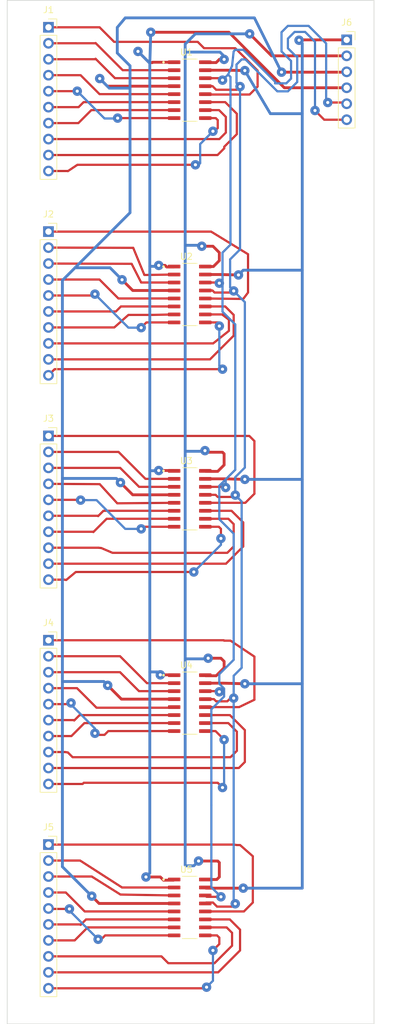
<source format=kicad_pcb>
(kicad_pcb (version 20211014) (generator pcbnew)
  (layers (0 "F.Cu" signal) (31 "B.Cu" signal) (34 "B.Paste" user) (35 "F.Paste" user) (36 "B.SilkS" user "B.Silkscreen") (37 "F.SilkS" user "F.Silkscreen") (38 "B.Mask" user) (39 "F.Mask" user) (44 "Edge.Cuts" user))
  (net 0 "")
  (net 1 "Net-(J1-Pad1)")
  (net 2 "Net-(J1-Pad2)")
  (net 3 "Net-(J1-Pad3)")
  (net 4 "Net-(J1-Pad4)")
  (net 5 "Net-(J1-Pad5)")
  (net 6 "Net-(J1-Pad6)")
  (net 7 "Net-(J1-Pad7)")
  (net 8 "Net-(J1-Pad8)")
  (net 9 "Net-(J1-Pad9)")
  (net 10 "Net-(J1-Pad10)")
  (net 11 "Net-(J2-Pad1)")
  (net 12 "Net-(J2-Pad2)")
  (net 13 "Net-(J2-Pad3)")
  (net 14 "Net-(J2-Pad4)")
  (net 15 "Net-(J2-Pad5)")
  (net 16 "Net-(J2-Pad6)")
  (net 17 "Net-(J2-Pad7)")
  (net 18 "Net-(J2-Pad8)")
  (net 19 "Net-(J2-Pad9)")
  (net 20 "Net-(J2-Pad10)")
  (net 21 "Net-(J3-Pad1)")
  (net 22 "Net-(J3-Pad2)")
  (net 23 "Net-(J3-Pad3)")
  (net 24 "Net-(J3-Pad4)")
  (net 25 "Net-(J3-Pad5)")
  (net 26 "Net-(J3-Pad6)")
  (net 27 "Net-(J3-Pad7)")
  (net 28 "Net-(J3-Pad8)")
  (net 29 "Net-(J3-Pad9)")
  (net 30 "Net-(J3-Pad10)")
  (net 31 "Net-(J4-Pad1)")
  (net 32 "Net-(J4-Pad2)")
  (net 33 "Net-(J4-Pad3)")
  (net 34 "Net-(J4-Pad4)")
  (net 35 "Net-(J4-Pad5)")
  (net 36 "Net-(J4-Pad6)")
  (net 37 "Net-(J4-Pad7)")
  (net 38 "Net-(J4-Pad8)")
  (net 39 "Net-(J4-Pad9)")
  (net 40 "Net-(J4-Pad10)")
  (net 41 "Net-(J5-Pad1)")
  (net 42 "Net-(J5-Pad2)")
  (net 43 "Net-(J5-Pad3)")
  (net 44 "Net-(J5-Pad4)")
  (net 45 "Net-(J5-Pad5)")
  (net 46 "Net-(J5-Pad6)")
  (net 47 "Net-(J5-Pad7)")
  (net 48 "Net-(J5-Pad8)")
  (net 49 "Net-(J5-Pad9)")
  (net 50 "Net-(J5-Pad10)")
  (net 51 "vcc")
  (net 52 "vdd")
  (net 53 "v-")
  (net 54 "gnd")
  (net 55 "scl")
  (net 56 "sda")
  (footprint "Connector_PinSocket_2.54mm:PinSocket_1x10_P2.54mm_Vertical" (layer "F.Cu") (at 97.5 82.5)
    (fp_text reference "J3")
    (fp_text value "Conn_01x10_Female")
  )
  (footprint "DS1882Z-050_:SOIC127P600X175-16N" (layer "F.Cu") (at 120 157.5)
    (fp_text reference "U5")
    (fp_text value "DS1882Z-050+")
  )
  (footprint "Connector_PinSocket_2.54mm:PinSocket_1x10_P2.54mm_Vertical" (layer "F.Cu") (at 97.5 17.5)
    (fp_text reference "J1")
    (fp_text value "Conn_01x10_Female")
  )
  (footprint "Connector_PinSocket_2.54mm:PinSocket_1x10_P2.54mm_Vertical" (layer "F.Cu") (at 97.5 115)
    (fp_text reference "J4")
    (fp_text value "Conn_01x10_Female")
  )
  (footprint "Connector_PinSocket_2.54mm:PinSocket_1x06_P2.54mm_Vertical" (layer "F.Cu") (at 145 19.5)
    (fp_text reference "J6")
    (fp_text value "Conn_01x06_Female")
  )
  (footprint "DS1882Z-050_:SOIC127P600X175-16N" (layer "F.Cu") (at 120 27.5)
    (fp_text reference "U1")
    (fp_text value "DS1882Z-050+")
  )
  (footprint "DS1882Z-050_:SOIC127P600X175-16N" (layer "F.Cu") (at 120 125)
    (fp_text reference "U4")
    (fp_text value "DS1882Z-050+")
  )
  (footprint "DS1882Z-050_:SOIC127P600X175-16N" (layer "F.Cu") (at 120 92.5)
    (fp_text reference "U3")
    (fp_text value "DS1882Z-050+")
  )
  (footprint "Connector_PinSocket_2.54mm:PinSocket_1x10_P2.54mm_Vertical" (layer "F.Cu") (at 97.5 50)
    (fp_text reference "J2")
    (fp_text value "Conn_01x10_Female")
  )
  (footprint "DS1882Z-050_:SOIC127P600X175-16N" (layer "F.Cu") (at 120 60)
    (fp_text reference "U2")
    (fp_text value "DS1882Z-050+")
  )
  (footprint "Connector_PinSocket_2.54mm:PinSocket_1x10_P2.54mm_Vertical" (layer "F.Cu") (at 97.5 147.5)
    (fp_text reference "J5")
    (fp_text value "Conn_01x10_Female")
  )
  (gr_rect (start 90.932 13.208) (end 149.352 176.022) (layer "Edge.Cuts") (width 0.1) (fill none))
  (segment (start 122.289331 20.828) (end 127.254 20.828) (width 0.35) (layer "F.Cu") (net 1))
  (segment (start 130.81 24.384) (end 130.81 26.924) (width 0.35) (layer "F.Cu") (net 1))
  (segment (start 122.534 28.194) (end 122.475 28.135) (width 0.35) (layer "F.Cu") (net 1))
  (segment (start 129.54 28.194) (end 122.534 28.194) (width 0.35) (layer "F.Cu") (net 1))
  (segment (start 97.5 17.5) (end 105.638 17.5) (width 0.35) (layer "F.Cu") (net 1))
  (segment (start 107.95 19.812) (end 121.273331 19.812) (width 0.35) (layer "F.Cu") (net 1))
  (segment (start 105.638 17.5) (end 107.95 19.812) (width 0.35) (layer "F.Cu") (net 1))
  (segment (start 130.81 26.924) (end 129.54 28.194) (width 0.35) (layer "F.Cu") (net 1))
  (segment (start 121.273331 19.812) (end 122.289331 20.828) (width 0.35) (layer "F.Cu") (net 1))
  (segment (start 127.254 20.828) (end 130.81 24.384) (width 0.35) (layer "F.Cu") (net 1))
  (segment (start 104.96 20.04) (end 97.5 20.04) (width 0.35) (layer "F.Cu") (net 2))
  (segment (start 105 20) (end 104.96 20.04) (width 0.35) (layer "F.Cu") (net 2))
  (segment (start 109.325 24.325) (end 105 20) (width 0.35) (layer "F.Cu") (net 2))
  (segment (start 117.525 24.325) (end 109.325 24.325) (width 0.35) (layer "F.Cu") (net 2))
  (segment (start 105 22.5) (end 104.92 22.58) (width 0.35) (layer "F.Cu") (net 3))
  (segment (start 108.095 25.595) (end 105 22.5) (width 0.35) (layer "F.Cu") (net 3))
  (segment (start 104.92 22.58) (end 97.5 22.58) (width 0.35) (layer "F.Cu") (net 3))
  (segment (start 117.525 25.595) (end 108.095 25.595) (width 0.35) (layer "F.Cu") (net 3))
  (segment (start 105.635 28.135) (end 102.62 25.12) (width 0.35) (layer "F.Cu") (net 4))
  (segment (start 102.62 25.12) (end 97.5 25.12) (width 0.35) (layer "F.Cu") (net 4))
  (segment (start 117.525 28.135) (end 105.635 28.135) (width 0.35) (layer "F.Cu") (net 4))
  (segment (start 102.082 27.66) (end 97.5 27.66) (width 0.35) (layer "F.Cu") (net 5))
  (segment (start 108.458 32.004) (end 108.517 31.945) (width 0.35) (layer "F.Cu") (net 5))
  (segment (start 117.525 31.945) (end 108.517 31.945) (width 0.35) (layer "F.Cu") (net 5))
  (segment (start 102.108 27.686) (end 102.082 27.66) (width 0.35) (layer "F.Cu") (net 5))
  (via (at 102.082 27.66) (size 1.5) (drill 0.5) (layers "F.Cu" "B.Cu") (net 5))
  (via (at 108.517 31.945) (size 1.5) (drill 0.5) (layers "F.Cu" "B.Cu") (net 5))
  (segment (start 108.458 32.004) (end 106.426 32.004) (width 0.35) (layer "B.Cu") (net 5))
  (segment (start 106.426 32.004) (end 102.108 27.686) (width 0.35) (layer "B.Cu") (net 5))
  (segment (start 117.525 29.405) (end 103.095 29.405) (width 0.35) (layer "F.Cu") (net 6))
  (segment (start 102.3 30.2) (end 97.5 30.2) (width 0.35) (layer "F.Cu") (net 6))
  (segment (start 103.095 29.405) (end 102.3 30.2) (width 0.35) (layer "F.Cu") (net 6))
  (segment (start 102.26 32.74) (end 97.5 32.74) (width 0.35) (layer "F.Cu") (net 7))
  (segment (start 117.525 30.675) (end 104.325 30.675) (width 0.35) (layer "F.Cu") (net 7))
  (segment (start 104.325 30.675) (end 102.26 32.74) (width 0.35) (layer "F.Cu") (net 7))
  (segment (start 124.72 35.28) (end 97.5 35.28) (width 0.35) (layer "F.Cu") (net 8))
  (segment (start 124.675 30.675) (end 125.75 31.75) (width 0.35) (layer "F.Cu") (net 8))
  (segment (start 125.75 34.25) (end 124.72 35.28) (width 0.35) (layer "F.Cu") (net 8))
  (segment (start 125.75 31.75) (end 125.75 34.25) (width 0.35) (layer "F.Cu") (net 8))
  (segment (start 122.475 30.675) (end 124.675 30.675) (width 0.35) (layer "F.Cu") (net 8))
  (segment (start 124.43 37.82) (end 97.5 37.82) (width 0.35) (layer "F.Cu") (net 9))
  (segment (start 125.655 29.405) (end 127.5 31.25) (width 0.35) (layer "F.Cu") (net 9))
  (segment (start 127.5 31.25) (end 127.5 34.5) (width 0.35) (layer "F.Cu") (net 9))
  (segment (start 125.5 36.5) (end 125.5 36.75) (width 0.35) (layer "F.Cu") (net 9))
  (segment (start 127.5 34.5) (end 125.5 36.5) (width 0.35) (layer "F.Cu") (net 9))
  (segment (start 122.475 29.405) (end 125.655 29.405) (width 0.35) (layer "F.Cu") (net 9))
  (segment (start 125.5 36.75) (end 124.43 37.82) (width 0.35) (layer "F.Cu") (net 9))
  (segment (start 124.46 32.258) (end 124.46 33.528) (width 0.35) (layer "F.Cu") (net 10))
  (segment (start 122.475 31.945) (end 124.147 31.945) (width 0.35) (layer "F.Cu") (net 10))
  (segment (start 100.558 40.36) (end 97.5 40.36) (width 0.35) (layer "F.Cu") (net 10))
  (segment (start 124.147 31.945) (end 124.206 32.004) (width 0.35) (layer "F.Cu") (net 10))
  (segment (start 100.584 40.386) (end 100.558 40.36) (width 0.35) (layer "F.Cu") (net 10))
  (segment (start 124.206 32.004) (end 124.46 32.258) (width 0.35) (layer "F.Cu") (net 10))
  (segment (start 102.108 39.37) (end 100.584 40.386) (width 0.35) (layer "F.Cu") (net 10))
  (segment (start 124.46 33.528) (end 123.952 34.036) (width 0.35) (layer "F.Cu") (net 10))
  (segment (start 123.952 34.036) (end 123.698 34.036) (width 0.35) (layer "F.Cu") (net 10))
  (segment (start 120.904 39.37) (end 102.108 39.37) (width 0.35) (layer "F.Cu") (net 10))
  (via (at 120.904 39.37) (size 0.8) (drill 0.5) (layers "F.Cu" "B.Cu") (net 10))
  (via (at 123.698 34.036) (size 1.5) (drill 0.5) (layers "F.Cu" "B.Cu") (net 10))
  (via (at 123.698 34.036) (size 0.8) (drill 0.5) (layers "F.Cu" "B.Cu") (net 10))
  (via (at 120.904 39.37) (size 1.5) (drill 0.5) (layers "F.Cu" "B.Cu") (net 10))
  (segment (start 123.698 34.036) (end 121.666 36.068) (width 0.35) (layer "B.Cu") (net 10))
  (segment (start 121.412 39.37) (end 120.904 39.37) (width 0.35) (layer "B.Cu") (net 10))
  (segment (start 121.666 39.116) (end 121.412 39.37) (width 0.35) (layer "B.Cu") (net 10))
  (segment (start 121.666 36.068) (end 121.666 39.116) (width 0.35) (layer "B.Cu") (net 10))
  (segment (start 129.286 59.69) (end 129.286 53.594) (width 0.35) (layer "F.Cu") (net 11))
  (segment (start 123.406 50) (end 97.5 50) (width 0.35) (layer "F.Cu") (net 11))
  (segment (start 129.286 53.594) (end 123.406 50) (width 0.35) (layer "F.Cu") (net 11))
  (segment (start 128.524 60.706) (end 129.286 59.69) (width 0.35) (layer "F.Cu") (net 11))
  (segment (start 122.475 60.635) (end 128.524 60.706) (width 0.35) (layer "F.Cu") (net 11))
  (segment (start 117.525 56.825) (end 112.776 56.896) (width 0.35) (layer "F.Cu") (net 12))
  (segment (start 110.998 52.578) (end 97.5 52.54) (width 0.35) (layer "F.Cu") (net 12))
  (segment (start 112.776 56.896) (end 110.998 52.578) (width 0.35) (layer "F.Cu") (net 12))
  (segment (start 110.744 55.118) (end 97.5 55.08) (width 0.35) (layer "F.Cu") (net 13))
  (segment (start 117.525 58.095) (end 112.268 58.095) (width 0.35) (layer "F.Cu") (net 13))
  (segment (start 112.268 58.095) (end 110.744 55.118) (width 0.35) (layer "F.Cu") (net 13))
  (segment (start 108.641 60.635) (end 105.626 57.62) (width 0.35) (layer "F.Cu") (net 14))
  (segment (start 105.626 57.62) (end 97.5 57.62) (width 0.35) (layer "F.Cu") (net 14))
  (segment (start 117.525 60.635) (end 108.641 60.635) (width 0.35) (layer "F.Cu") (net 14))
  (segment (start 104.686 60.16) (end 97.5 60.16) (width 0.35) (layer "F.Cu") (net 15))
  (segment (start 113.101 64.445) (end 112.268 65.278) (width 0.35) (layer "F.Cu") (net 15))
  (segment (start 117.525 64.445) (end 113.101 64.445) (width 0.35) (layer "F.Cu") (net 15))
  (segment (start 104.902 59.944) (end 104.686 60.16) (width 0.35) (layer "F.Cu") (net 15))
  (via (at 104.902 59.944) (size 1.5) (drill 0.5) (layers "F.Cu" "B.Cu") (net 15))
  (via (at 112.268 65.278) (size 1.5) (drill 0.5) (layers "F.Cu" "B.Cu") (net 15))
  (segment (start 110.236 65.278) (end 104.902 59.944) (width 0.35) (layer "B.Cu") (net 15))
  (segment (start 112.268 65.278) (end 110.236 65.278) (width 0.35) (layer "B.Cu") (net 15))
  (segment (start 109.037 61.905) (end 117.525 61.905) (width 0.35) (layer "F.Cu") (net 16))
  (segment (start 108.242 62.7) (end 109.037 61.905) (width 0.35) (layer "F.Cu") (net 16))
  (segment (start 97.5 62.7) (end 108.242 62.7) (width 0.35) (layer "F.Cu") (net 16))
  (segment (start 107.988 65.24) (end 110.236 63.246) (width 0.35) (layer "F.Cu") (net 17))
  (segment (start 110.236 63.246) (end 114.046 63.246) (width 0.35) (layer "F.Cu") (net 17))
  (segment (start 114.046 63.246) (end 117.525 63.175) (width 0.35) (layer "F.Cu") (net 17))
  (segment (start 97.5 65.24) (end 107.988 65.24) (width 0.35) (layer "F.Cu") (net 17))
  (segment (start 126.238 64.008) (end 126.238 65.786) (width 0.35) (layer "F.Cu") (net 18))
  (segment (start 123.736 67.78) (end 97.5 67.78) (width 0.35) (layer "F.Cu") (net 18))
  (segment (start 125.151 63.175) (end 126.238 64.008) (width 0.35) (layer "F.Cu") (net 18))
  (segment (start 122.475 63.175) (end 125.151 63.175) (width 0.35) (layer "F.Cu") (net 18))
  (segment (start 126.238 65.786) (end 123.736 67.78) (width 0.35) (layer "F.Cu") (net 18))
  (segment (start 123.228 70.32) (end 97.5 70.32) (width 0.35) (layer "F.Cu") (net 19))
  (segment (start 125.659 61.905) (end 127 63.246) (width 0.35) (layer "F.Cu") (net 19))
  (segment (start 127 66.548) (end 123.228 70.32) (width 0.35) (layer "F.Cu") (net 19))
  (segment (start 127 63.246) (end 127 66.548) (width 0.35) (layer "F.Cu") (net 19))
  (segment (start 122.475 61.905) (end 125.659 61.905) (width 0.35) (layer "F.Cu") (net 19))
  (segment (start 125.222 71.882) (end 98.478 71.882) (width 0.35) (layer "F.Cu") (net 20))
  (segment (start 124.643 64.445) (end 122.475 64.445) (width 0.35) (layer "F.Cu") (net 20))
  (segment (start 98.478 71.882) (end 97.5 72.86) (width 0.35) (layer "F.Cu") (net 20))
  (segment (start 124.714 65.024) (end 124.643 64.445) (width 0.35) (layer "F.Cu") (net 20))
  (via (at 124.714 65.024) (size 1.5) (drill 0.5) (layers "F.Cu" "B.Cu") (net 20))
  (via (at 125.222 71.882) (size 1.5) (drill 0.5) (layers "F.Cu" "B.Cu") (net 20))
  (segment (start 124.714 71.374) (end 125.222 71.882) (width 0.35) (layer "B.Cu") (net 20))
  (segment (start 124.714 65.024) (end 124.714 71.374) (width 0.35) (layer "B.Cu") (net 20))
  (segment (start 122.475 93.135) (end 128.861 93.135) (width 0.35) (layer "F.Cu") (net 21))
  (segment (start 128.861 93.135) (end 130.302 91.694) (width 0.35) (layer "F.Cu") (net 21))
  (segment (start 129.49 82.5) (end 97.5 82.5) (width 0.35) (layer "F.Cu") (net 21))
  (segment (start 130.302 83.312) (end 129.49 82.5) (width 0.35) (layer "F.Cu") (net 21))
  (segment (start 130.302 91.694) (end 130.302 83.312) (width 0.35) (layer "F.Cu") (net 21))
  (segment (start 108.662 85.04) (end 97.5 85.04) (width 0.35) (layer "F.Cu") (net 22))
  (segment (start 112.947 89.325) (end 108.662 85.04) (width 0.35) (layer "F.Cu") (net 22))
  (segment (start 117.525 89.325) (end 112.947 89.325) (width 0.35) (layer "F.Cu") (net 22))
  (segment (start 111.931 90.595) (end 108.916 87.58) (width 0.35) (layer "F.Cu") (net 23))
  (segment (start 117.525 90.595) (end 111.931 90.595) (width 0.35) (layer "F.Cu") (net 23))
  (segment (start 108.916 87.58) (end 97.5 87.58) (width 0.35) (layer "F.Cu") (net 23))
  (segment (start 108.458 93.218) (end 105.664 90.17) (width 0.35) (layer "F.Cu") (net 24))
  (segment (start 105.664 90.17) (end 97.5 90.12) (width 0.35) (layer "F.Cu") (net 24))
  (segment (start 117.525 93.135) (end 108.458 93.218) (width 0.35) (layer "F.Cu") (net 24))
  (segment (start 102.566 92.66) (end 97.5 92.66) (width 0.35) (layer "F.Cu") (net 25))
  (segment (start 112.605 96.945) (end 112.268 97.282) (width 0.35) (layer "F.Cu") (net 25))
  (segment (start 117.525 96.945) (end 112.605 96.945) (width 0.35) (layer "F.Cu") (net 25))
  (segment (start 102.616 92.71) (end 102.566 92.66) (width 0.35) (layer "F.Cu") (net 25))
  (via (at 102.616 92.71) (size 1.5) (drill 0.5) (layers "F.Cu" "B.Cu") (net 25))
  (via (at 112.268 97.282) (size 1.5) (drill 0.5) (layers "F.Cu" "B.Cu") (net 25))
  (segment (start 109.728 97.282) (end 105.156 92.71) (width 0.35) (layer "B.Cu") (net 25))
  (segment (start 105.156 92.71) (end 102.616 92.71) (width 0.35) (layer "B.Cu") (net 25))
  (segment (start 112.268 97.282) (end 109.728 97.282) (width 0.35) (layer "B.Cu") (net 25))
  (segment (start 105.36 95.2) (end 97.5 95.2) (width 0.35) (layer "F.Cu") (net 26))
  (segment (start 106.255 94.405) (end 105.41 95.25) (width 0.35) (layer "F.Cu") (net 26))
  (segment (start 117.525 94.405) (end 106.255 94.405) (width 0.35) (layer "F.Cu") (net 26))
  (segment (start 105.41 95.25) (end 105.36 95.2) (width 0.35) (layer "F.Cu") (net 26))
  (segment (start 117.525 95.675) (end 106.763 95.675) (width 0.35) (layer "F.Cu") (net 27))
  (segment (start 106.763 95.675) (end 104.648 97.79) (width 0.35) (layer "F.Cu") (net 27))
  (segment (start 104.648 97.79) (end 104.598 97.74) (width 0.35) (layer "F.Cu") (net 27))
  (segment (start 104.598 97.74) (end 97.5 97.74) (width 0.35) (layer "F.Cu") (net 27))
  (segment (start 125.984 101.092) (end 107.696 101.092) (width 0.35) (layer "F.Cu") (net 28))
  (segment (start 122.475 95.675) (end 126.155 95.675) (width 0.35) (layer "F.Cu") (net 28))
  (segment (start 126.155 95.675) (end 127 96.52) (width 0.35) (layer "F.Cu") (net 28))
  (segment (start 127 96.52) (end 127 100.076) (width 0.35) (layer "F.Cu") (net 28))
  (segment (start 127 100.076) (end 125.984 101.092) (width 0.35) (layer "F.Cu") (net 28))
  (segment (start 105.918 100.33) (end 105.46 100.28) (width 0.35) (layer "F.Cu") (net 28))
  (segment (start 107.696 101.092) (end 105.918 100.33) (width 0.35) (layer "F.Cu") (net 28))
  (segment (start 105.46 100.28) (end 97.5 100.28) (width 0.35) (layer "F.Cu") (net 28))
  (segment (start 122.475 94.405) (end 126.663 94.405) (width 0.35) (layer "F.Cu") (net 29))
  (segment (start 125.78 102.82) (end 97.5 102.82) (width 0.35) (layer "F.Cu") (net 29))
  (segment (start 128.524 96.266) (end 128.524 100.076) (width 0.35) (layer "F.Cu") (net 29))
  (segment (start 126.663 94.405) (end 128.524 96.266) (width 0.35) (layer "F.Cu") (net 29))
  (segment (start 128.524 100.076) (end 125.78 102.82) (width 0.35) (layer "F.Cu") (net 29))
  (segment (start 100.026 105.36) (end 97.5 105.36) (width 0.35) (layer "F.Cu") (net 30))
  (segment (start 101.854 104.14) (end 100.33 105.41) (width 0.35) (layer "F.Cu") (net 30))
  (segment (start 124.968 97.282) (end 124.968 98.806) (width 0.35) (layer "F.Cu") (net 30))
  (segment (start 122.475 96.945) (end 124.631 96.945) (width 0.35) (layer "F.Cu") (net 30))
  (segment (start 124.714 97.028) (end 124.968 97.282) (width 0.35) (layer "F.Cu") (net 30))
  (segment (start 120.65 104.14) (end 101.854 104.14) (width 0.35) (layer "F.Cu") (net 30))
  (segment (start 124.631 96.945) (end 124.714 97.028) (width 0.35) (layer "F.Cu") (net 30))
  (segment (start 100.33 105.41) (end 100.026 105.36) (width 0.35) (layer "F.Cu") (net 30))
  (via (at 124.968 98.806) (size 1.5) (drill 0.5) (layers "F.Cu" "B.Cu") (net 30))
  (via (at 120.65 104.14) (size 1.5) (drill 0.5) (layers "F.Cu" "B.Cu") (net 30))
  (segment (start 124.968 99.822) (end 120.65 104.14) (width 0.35) (layer "B.Cu") (net 30))
  (segment (start 124.968 98.806) (end 124.968 99.822) (width 0.35) (layer "B.Cu") (net 30))
  (segment (start 126.492 115.062) (end 125.476 115.062) (width 0.35) (layer "F.Cu") (net 31))
  (segment (start 125.476 115.062) (end 125.414 115) (width 0.35) (layer "F.Cu") (net 31))
  (segment (start 130.302 117.602) (end 126.492 115.062) (width 0.35) (layer "F.Cu") (net 31))
  (segment (start 130.302 124.46) (end 130.302 117.602) (width 0.35) (layer "F.Cu") (net 31))
  (segment (start 127.857 125.635) (end 130.302 124.46) (width 0.35) (layer "F.Cu") (net 31))
  (segment (start 125.414 115) (end 97.5 115) (width 0.35) (layer "F.Cu") (net 31))
  (segment (start 122.475 125.635) (end 127.857 125.635) (width 0.35) (layer "F.Cu") (net 31))
  (segment (start 108.904 117.54) (end 97.5 117.54) (width 0.35) (layer "F.Cu") (net 32))
  (segment (start 113.189 121.825) (end 108.904 117.54) (width 0.35) (layer "F.Cu") (net 32))
  (segment (start 117.525 121.825) (end 113.189 121.825) (width 0.35) (layer "F.Cu") (net 32))
  (segment (start 108.904 120.08) (end 97.5 120.08) (width 0.35) (layer "F.Cu") (net 33))
  (segment (start 111.919 123.095) (end 108.904 120.08) (width 0.35) (layer "F.Cu") (net 33))
  (segment (start 117.525 123.095) (end 111.919 123.095) (width 0.35) (layer "F.Cu") (net 33))
  (segment (start 102.046 122.62) (end 97.5 122.62) (width 0.35) (layer "F.Cu") (net 34))
  (segment (start 117.525 125.635) (end 117.43 125.73) (width 0.35) (layer "F.Cu") (net 34))
  (segment (start 105.156 125.73) (end 102.046 122.62) (width 0.35) (layer "F.Cu") (net 34))
  (segment (start 117.43 125.73) (end 105.156 125.73) (width 0.35) (layer "F.Cu") (net 34))
  (segment (start 117.525 129.445) (end 107.029 129.445) (width 0.35) (layer "F.Cu") (net 35))
  (segment (start 106.426 130.048) (end 105.156 130.048) (width 0.35) (layer "F.Cu") (net 35))
  (segment (start 100.9 125.16) (end 97.5 125.16) (width 0.35) (layer "F.Cu") (net 35))
  (segment (start 101.092 124.968) (end 100.9 125.16) (width 0.35) (layer "F.Cu") (net 35))
  (segment (start 105.156 130.048) (end 104.902 129.794) (width 0.35) (layer "F.Cu") (net 35))
  (segment (start 107.029 129.445) (end 106.426 130.048) (width 0.35) (layer "F.Cu") (net 35))
  (via (at 104.902 129.794) (size 1.5) (drill 0.5) (layers "F.Cu" "B.Cu") (net 35))
  (via (at 101.092 124.968) (size 1.5) (drill 0.5) (layers "F.Cu" "B.Cu") (net 35))
  (segment (start 104.902 129.032) (end 101.092 125.222) (width 0.35) (layer "B.Cu") (net 35))
  (segment (start 101.092 125.222) (end 101.092 124.968) (width 0.35) (layer "B.Cu") (net 35))
  (segment (start 104.902 129.794) (end 104.902 129.032) (width 0.35) (layer "B.Cu") (net 35))
  (segment (start 101.538 127.7) (end 97.5 127.7) (width 0.35) (layer "F.Cu") (net 36))
  (segment (start 117.525 126.905) (end 102.457 126.905) (width 0.35) (layer "F.Cu") (net 36))
  (segment (start 101.6 127.762) (end 101.538 127.7) (width 0.35) (layer "F.Cu") (net 36))
  (segment (start 102.457 126.905) (end 101.6 127.762) (width 0.35) (layer "F.Cu") (net 36))
  (segment (start 103.219 128.175) (end 101.154 130.24) (width 0.35) (layer "F.Cu") (net 37))
  (segment (start 101.154 130.24) (end 97.5 130.24) (width 0.35) (layer "F.Cu") (net 37))
  (segment (start 117.525 128.175) (end 103.219 128.175) (width 0.35) (layer "F.Cu") (net 37))
  (segment (start 126.143 128.175) (end 127.508 129.54) (width 0.35) (layer "F.Cu") (net 38))
  (segment (start 100.138 132.78) (end 97.5 132.78) (width 0.35) (layer "F.Cu") (net 38))
  (segment (start 126.492 133.604) (end 101.346 133.604) (width 0.35) (layer "F.Cu") (net 38))
  (segment (start 101.346 133.604) (end 100.584 132.842) (width 0.35) (layer "F.Cu") (net 38))
  (segment (start 127.508 129.54) (end 127.508 132.588) (width 0.35) (layer "F.Cu") (net 38))
  (segment (start 122.475 128.175) (end 126.143 128.175) (width 0.35) (layer "F.Cu") (net 38))
  (segment (start 100.584 132.842) (end 100.138 132.78) (width 0.35) (layer "F.Cu") (net 38))
  (segment (start 127.508 132.588) (end 126.492 133.604) (width 0.35) (layer "F.Cu") (net 38))
  (segment (start 128.778 129.286) (end 128.778 134.366) (width 0.35) (layer "F.Cu") (net 39))
  (segment (start 128.778 134.366) (end 127.824 135.32) (width 0.35) (layer "F.Cu") (net 39))
  (segment (start 126.397 126.905) (end 128.778 129.286) (width 0.35) (layer "F.Cu") (net 39))
  (segment (start 127.824 135.32) (end 97.5 135.32) (width 0.35) (layer "F.Cu") (net 39))
  (segment (start 122.475 126.905) (end 126.397 126.905) (width 0.35) (layer "F.Cu") (net 39))
  (segment (start 124.46 137.668) (end 125.222 138.43) (width 0.35) (layer "F.Cu") (net 40))
  (segment (start 103.124 137.668) (end 124.46 137.668) (width 0.35) (layer "F.Cu") (net 40))
  (segment (start 97.5 137.86) (end 102.932 137.86) (width 0.35) (layer "F.Cu") (net 40))
  (segment (start 102.932 137.86) (end 103.124 137.668) (width 0.35) (layer "F.Cu") (net 40))
  (segment (start 122.475 129.445) (end 124.111 129.445) (width 0.35) (layer "F.Cu") (net 40))
  (segment (start 124.111 129.445) (end 125.476 130.81) (width 0.35) (layer "F.Cu") (net 40))
  (via (at 125.476 130.81) (size 1.5) (drill 0.5) (layers "F.Cu" "B.Cu") (net 40))
  (via (at 125.222 138.43) (size 1.5) (drill 0.5) (layers "F.Cu" "B.Cu") (net 40))
  (segment (start 125.476 138.176) (end 125.222 138.43) (width 0.35) (layer "B.Cu") (net 40))
  (segment (start 125.476 130.81) (end 125.476 138.176) (width 0.35) (layer "B.Cu") (net 40))
  (segment (start 128.631 158.135) (end 130.048 156.718) (width 0.35) (layer "F.Cu") (net 41))
  (segment (start 130.048 156.718) (end 130.048 149.352) (width 0.35) (layer "F.Cu") (net 41))
  (segment (start 127.508 147.574) (end 127.074 147.5) (width 0.35) (layer "F.Cu") (net 41))
  (segment (start 127.074 147.5) (end 97.5 147.5) (width 0.35) (layer "F.Cu") (net 41))
  (segment (start 122.475 158.135) (end 128.631 158.135) (width 0.35) (layer "F.Cu") (net 41))
  (segment (start 130.048 149.352) (end 128.016 147.574) (width 0.35) (layer "F.Cu") (net 41))
  (segment (start 128.016 147.574) (end 127.508 147.574) (width 0.35) (layer "F.Cu") (net 41))
  (segment (start 109.22 154.325) (end 102.542 150.04) (width 0.35) (layer "F.Cu") (net 42))
  (segment (start 117.525 154.325) (end 109.22 154.325) (width 0.35) (layer "F.Cu") (net 42))
  (segment (start 102.542 150.04) (end 97.5 150.04) (width 0.35) (layer "F.Cu") (net 42))
  (segment (start 104.394 152.58) (end 97.5 152.58) (width 0.35) (layer "F.Cu") (net 43))
  (segment (start 117.525 155.595) (end 108.966 155.448) (width 0.35) (layer "F.Cu") (net 43))
  (segment (start 108.966 155.448) (end 104.394 152.58) (width 0.35) (layer "F.Cu") (net 43))
  (segment (start 100.256 155.12) (end 97.5 155.12) (width 0.35) (layer "F.Cu") (net 44))
  (segment (start 103.271 158.135) (end 100.256 155.12) (width 0.35) (layer "F.Cu") (net 44))
  (segment (start 117.525 158.135) (end 103.271 158.135) (width 0.35) (layer "F.Cu") (net 44))
  (segment (start 97.574 157.734) (end 97.5 157.66) (width 0.35) (layer "F.Cu") (net 45))
  (segment (start 117.525 161.945) (end 106.533 161.945) (width 0.35) (layer "F.Cu") (net 45))
  (segment (start 105.918 162.56) (end 105.41 162.56) (width 0.35) (layer "F.Cu") (net 45))
  (segment (start 100.838 157.734) (end 97.574 157.734) (width 0.35) (layer "F.Cu") (net 45))
  (segment (start 106.533 161.945) (end 105.918 162.56) (width 0.35) (layer "F.Cu") (net 45))
  (via (at 105.41 162.56) (size 1.5) (drill 0.5) (layers "F.Cu" "B.Cu") (net 45))
  (via (at 100.838 157.734) (size 1.5) (drill 0.5) (layers "F.Cu" "B.Cu") (net 45))
  (segment (start 105.41 162.56) (end 100.838 157.988) (width 0.35) (layer "B.Cu") (net 45))
  (segment (start 100.838 157.988) (end 100.838 157.734) (width 0.35) (layer "B.Cu") (net 45))
  (segment (start 102.616 160.274) (end 102.542 160.2) (width 0.35) (layer "F.Cu") (net 46))
  (segment (start 103.485 159.405) (end 102.616 160.274) (width 0.35) (layer "F.Cu") (net 46))
  (segment (start 102.542 160.2) (end 97.5 160.2) (width 0.35) (layer "F.Cu") (net 46))
  (segment (start 117.525 159.405) (end 103.485 159.405) (width 0.35) (layer "F.Cu") (net 46))
  (segment (start 101.674 162.74) (end 97.5 162.74) (width 0.35) (layer "F.Cu") (net 47))
  (segment (start 103.739 160.675) (end 101.674 162.74) (width 0.35) (layer "F.Cu") (net 47))
  (segment (start 117.525 160.675) (end 103.739 160.675) (width 0.35) (layer "F.Cu") (net 47))
  (segment (start 123.952 166.37) (end 126.746 163.576) (width 0.35) (layer "F.Cu") (net 48))
  (segment (start 125.877 160.675) (end 122.475 160.675) (width 0.35) (layer "F.Cu") (net 48))
  (segment (start 126.746 163.576) (end 126.746 161.544) (width 0.35) (layer "F.Cu") (net 48))
  (segment (start 97.5 165.28) (end 115.496 165.28) (width 0.35) (layer "F.Cu") (net 48))
  (segment (start 116.586 166.37) (end 123.952 166.37) (width 0.35) (layer "F.Cu") (net 48))
  (segment (start 115.496 165.28) (end 116.586 166.37) (width 0.35) (layer "F.Cu") (net 48))
  (segment (start 126.746 161.544) (end 125.877 160.675) (width 0.35) (layer "F.Cu") (net 48))
  (segment (start 128.016 161.036) (end 128.016 164.338) (width 0.35) (layer "F.Cu") (net 49))
  (segment (start 128.016 164.338) (end 124.534 167.82) (width 0.35) (layer "F.Cu") (net 49))
  (segment (start 122.475 159.405) (end 126.385 159.405) (width 0.35) (layer "F.Cu") (net 49))
  (segment (start 126.385 159.405) (end 128.016 161.036) (width 0.35) (layer "F.Cu") (net 49))
  (segment (start 124.534 167.82) (end 97.5 167.82) (width 0.35) (layer "F.Cu") (net 49))
  (segment (start 124.714 163.322) (end 123.698 164.338) (width 0.35) (layer "F.Cu") (net 50))
  (segment (start 124.353 161.945) (end 124.714 162.306) (width 0.35) (layer "F.Cu") (net 50))
  (segment (start 122.502 170.36) (end 97.5 170.36) (width 0.35) (layer "F.Cu") (net 50))
  (segment (start 122.682 170.18) (end 122.502 170.36) (width 0.35) (layer "F.Cu") (net 50))
  (segment (start 122.475 161.945) (end 124.353 161.945) (width 0.35) (layer "F.Cu") (net 50))
  (segment (start 124.714 162.306) (end 124.714 163.322) (width 0.35) (layer "F.Cu") (net 50))
  (via (at 123.698 164.338) (size 1.5) (drill 0.5) (layers "F.Cu" "B.Cu") (net 50))
  (via (at 122.682 170.18) (size 1.5) (drill 0.5) (layers "F.Cu" "B.Cu") (net 50))
  (segment (start 123.698 164.338) (end 123.698 169.164) (width 0.35) (layer "B.Cu") (net 50))
  (segment (start 123.698 169.164) (end 122.682 170.18) (width 0.35) (layer "B.Cu") (net 50))
  (segment (start 145 19.5) (end 137.472 19.5) (width 0.45) (layer "F.Cu") (net 51))
  (segment (start 128.778 24.384) (end 125.925 24.325) (width 0.45) (layer "F.Cu") (net 51))
  (segment (start 124.897 56.825) (end 122.475 56.825) (width 0.45) (layer "F.Cu") (net 51))
  (segment (start 127.762 56.896) (end 124.897 56.825) (width 0.45) (layer "F.Cu") (net 51))
  (segment (start 125.925 24.325) (end 122.475 24.325) (width 0.45) (layer "F.Cu") (net 51))
  (segment (start 128.524 154.432) (end 122.582 154.432) (width 0.45) (layer "F.Cu") (net 51))
  (segment (start 122.582 154.432) (end 122.475 154.325) (width 0.45) (layer "F.Cu") (net 51))
  (segment (start 128.778 89.408) (end 125.647 89.325) (width 0.45) (layer "F.Cu") (net 51))
  (segment (start 128.778 121.92) (end 125.381 121.825) (width 0.45) (layer "F.Cu") (net 51))
  (segment (start 125.381 121.825) (end 122.475 121.825) (width 0.45) (layer "F.Cu") (net 51))
  (segment (start 137.472 19.5) (end 137.414 19.558) (width 0.45) (layer "F.Cu") (net 51))
  (segment (start 125.647 89.325) (end 122.475 89.325) (width 0.45) (layer "F.Cu") (net 51))
  (via (at 128.778 89.408) (size 1.5) (drill 0.5) (layers "F.Cu" "B.Cu") (net 51))
  (via (at 128.524 154.432) (size 1.5) (drill 0.5) (layers "F.Cu" "B.Cu") (net 51))
  (via (at 127.762 56.896) (size 1.5) (drill 0.5) (layers "F.Cu" "B.Cu") (net 51))
  (via (at 137.414 19.558) (size 1.5) (drill 0.5) (layers "F.Cu" "B.Cu") (net 51))
  (via (at 128.778 24.384) (size 1.5) (drill 0.5) (layers "F.Cu" "B.Cu") (net 51))
  (via (at 128.778 121.92) (size 1.5) (drill 0.5) (layers "F.Cu" "B.Cu") (net 51))
  (segment (start 137.922 154.432) (end 137.922 121.92) (width 0.45) (layer "B.Cu") (net 51))
  (segment (start 128.778 89.408) (end 137.922 89.408) (width 0.45) (layer "B.Cu") (net 51))
  (segment (start 137.922 121.92) (end 137.922 89.408) (width 0.45) (layer "B.Cu") (net 51))
  (segment (start 128.778 24.384) (end 132.842 31.242) (width 0.45) (layer "B.Cu") (net 51))
  (segment (start 128.524 56.134) (end 137.922 56.134) (width 0.45) (layer "B.Cu") (net 51))
  (segment (start 128.778 121.92) (end 137.922 121.92) (width 0.45) (layer "B.Cu") (net 51))
  (segment (start 137.922 89.408) (end 137.922 56.134) (width 0.45) (layer "B.Cu") (net 51))
  (segment (start 137.922 31.242) (end 137.922 20.066) (width 0.45) (layer "B.Cu") (net 51))
  (segment (start 128.524 154.432) (end 137.922 154.432) (width 0.45) (layer "B.Cu") (net 51))
  (segment (start 127.762 56.896) (end 128.524 56.134) (width 0.45) (layer "B.Cu") (net 51))
  (segment (start 132.842 31.242) (end 137.922 31.242) (width 0.45) (layer "B.Cu") (net 51))
  (segment (start 137.922 56.134) (end 137.922 31.242) (width 0.45) (layer "B.Cu") (net 51))
  (segment (start 137.922 20.066) (end 137.414 19.558) (width 0.45) (layer "B.Cu") (net 51))
  (segment (start 124.714 53.34) (end 124.714 54.61) (width 0.45) (layer "F.Cu") (net 52))
  (segment (start 124.714 152.654) (end 124.714 150.368) (width 0.45) (layer "F.Cu") (net 52))
  (segment (start 122.936 117.856) (end 124.968 117.856) (width 0.45) (layer "F.Cu") (net 52))
  (segment (start 122.475 153.055) (end 124.313 153.055) (width 0.45) (layer "F.Cu") (net 52))
  (segment (start 125.476 87.122) (end 124.46 88.138) (width 0.45) (layer "F.Cu") (net 52))
  (segment (start 123.698 52.324) (end 124.714 53.34) (width 0.45) (layer "F.Cu") (net 52))
  (segment (start 125.222 85.09) (end 125.476 85.344) (width 0.45) (layer "F.Cu") (net 52))
  (segment (start 121.92 52.324) (end 123.698 52.324) (width 0.45) (layer "F.Cu") (net 52))
  (segment (start 124.206 23.114) (end 122.534 23.114) (width 0.45) (layer "F.Cu") (net 52))
  (segment (start 122.682 85.09) (end 125.222 85.09) (width 0.45) (layer "F.Cu") (net 52))
  (segment (start 124.46 88.138) (end 122.558 88.138) (width 0.45) (layer "F.Cu") (net 52))
  (segment (start 125.476 119.38) (end 124.206 120.65) (width 0.45) (layer "F.Cu") (net 52))
  (segment (start 124.968 117.856) (end 125.476 118.364) (width 0.45) (layer "F.Cu") (net 52))
  (segment (start 121.412 150.114) (end 124.46 150.114) (width 0.45) (layer "F.Cu") (net 52))
  (segment (start 124.313 153.055) (end 124.714 152.654) (width 0.45) (layer "F.Cu") (net 52))
  (segment (start 124.714 54.61) (end 123.769 55.555) (width 0.45) (layer "F.Cu") (net 52))
  (segment (start 122.558 88.138) (end 122.475 88.055) (width 0.45) (layer "F.Cu") (net 52))
  (segment (start 125.476 118.364) (end 125.476 119.38) (width 0.45) (layer "F.Cu") (net 52))
  (segment (start 124.206 120.65) (end 122.57 120.65) (width 0.45) (layer "F.Cu") (net 52))
  (segment (start 124.714 150.368) (end 124.46 150.114) (width 0.45) (layer "F.Cu") (net 52))
  (segment (start 145 22.04) (end 133.038 22.04) (width 0.45) (layer "F.Cu") (net 52))
  (segment (start 122.534 23.114) (end 122.475 23.055) (width 0.45) (layer "F.Cu") (net 52))
  (segment (start 124.714 22.606) (end 124.206 23.114) (width 0.45) (layer "F.Cu") (net 52))
  (segment (start 125.476 85.344) (end 125.476 87.122) (width 0.45) (layer "F.Cu") (net 52))
  (segment (start 122.428 84.836) (end 122.682 85.09) (width 0.45) (layer "F.Cu") (net 52))
  (segment (start 133.038 22.04) (end 129.54 18.542) (width 0.45) (layer "F.Cu") (net 52))
  (segment (start 122.57 120.65) (end 122.475 120.555) (width 0.45) (layer "F.Cu") (net 52))
  (segment (start 125.476 22.606) (end 124.714 22.606) (width 0.45) (layer "F.Cu") (net 52))
  (segment (start 123.769 55.555) (end 122.475 55.555) (width 0.45) (layer "F.Cu") (net 52))
  (via (at 121.92 52.324) (size 1.5) (drill 0.5) (layers "F.Cu" "B.Cu") (net 52))
  (via (at 129.54 18.542) (size 1.5) (drill 0.5) (layers "F.Cu" "B.Cu") (net 52))
  (via (at 122.936 117.856) (size 1.5) (drill 0.5) (layers "F.Cu" "B.Cu") (net 52))
  (via (at 121.412 150.114) (size 1.5) (drill 0.5) (layers "F.Cu" "B.Cu") (net 52))
  (via (at 125.476 22.606) (size 1.5) (drill 0.5) (layers "F.Cu" "B.Cu") (net 52))
  (via (at 122.428 84.836) (size 1.5) (drill 0.5) (layers "F.Cu" "B.Cu") (net 52))
  (segment (start 119.275 21.441) (end 124.819 21.441) (width 0.45) (layer "B.Cu") (net 52))
  (segment (start 122.831 117.961) (end 122.936 117.856) (width 0.45) (layer "B.Cu") (net 52))
  (segment (start 119.275 84.941) (end 122.323 84.941) (width 0.45) (layer "B.Cu") (net 52))
  (segment (start 119.634 19.812) (end 119.275 20.171) (width 0.45) (layer "B.Cu") (net 52))
  (segment (start 124.819 21.441) (end 125.476 22.098) (width 0.45) (layer "B.Cu") (net 52))
  (segment (start 121.771 52.175) (end 121.92 52.324) (width 0.45) (layer "B.Cu") (net 52))
  (segment (start 119.275 84.941) (end 119.275 117.961) (width 0.45) (layer "B.Cu") (net 52))
  (segment (start 119.275 52.175) (end 119.275 84.941) (width 0.45) (layer "B.Cu") (net 52))
  (segment (start 120.65 150.876) (end 121.412 150.114) (width 0.45) (layer "B.Cu") (net 52))
  (segment (start 119.275 52.175) (end 121.771 52.175) (width 0.45) (layer "B.Cu") (net 52))
  (segment (start 119.275 150.771) (end 119.38 150.876) (width 0.45) (layer "B.Cu") (net 52))
  (segment (start 122.323 84.941) (end 122.428 84.836) (width 0.45) (layer "B.Cu") (net 52))
  (segment (start 119.275 117.961) (end 119.275 150.771) (width 0.45) (layer "B.Cu") (net 52))
  (segment (start 129.54 18.542) (end 120.904 18.542) (width 0.45) (layer "B.Cu") (net 52))
  (segment (start 125.476 22.098) (end 125.476 22.606) (width 0.45) (layer "B.Cu") (net 52))
  (segment (start 119.275 21.441) (end 119.275 52.175) (width 0.45) (layer "B.Cu") (net 52))
  (segment (start 120.904 18.542) (end 119.634 19.812) (width 0.45) (layer "B.Cu") (net 52))
  (segment (start 119.275 20.171) (end 119.275 21.441) (width 0.45) (layer "B.Cu") (net 52))
  (segment (start 119.275 117.961) (end 122.831 117.961) (width 0.45) (layer "B.Cu") (net 52))
  (segment (start 119.38 150.876) (end 120.65 150.876) (width 0.45) (layer "B.Cu") (net 52))
  (segment (start 110.927 59.365) (end 109.22 57.658) (width 0.45) (layer "F.Cu") (net 53))
  (segment (start 117.525 156.865) (end 105.557 156.865) (width 0.45) (layer "F.Cu") (net 53))
  (segment (start 117.525 26.865) (end 106.875 26.865) (width 0.45) (layer "F.Cu") (net 53))
  (segment (start 117.525 59.365) (end 110.927 59.365) (width 0.45) (layer "F.Cu") (net 53))
  (segment (start 106.875 26.865) (end 105.664 25.654) (width 0.45) (layer "F.Cu") (net 53))
  (segment (start 105.557 156.865) (end 104.394 155.702) (width 0.45) (layer "F.Cu") (net 53))
  (segment (start 109.125 124.365) (end 106.934 122.174) (width 0.45) (layer "F.Cu") (net 53))
  (segment (start 144.942 24.638) (end 145 24.58) (width 0.45) (layer "F.Cu") (net 53))
  (segment (start 117.525 124.365) (end 109.125 124.365) (width 0.45) (layer "F.Cu") (net 53))
  (segment (start 134.62 24.638) (end 144.942 24.638) (width 0.45) (layer "F.Cu") (net 53))
  (segment (start 110.915 91.865) (end 108.966 89.916) (width 0.45) (layer "F.Cu") (net 53))
  (segment (start 117.525 91.865) (end 110.915 91.865) (width 0.45) (layer "F.Cu") (net 53))
  (via (at 109.22 57.658) (size 1.5) (drill 0.5) (layers "F.Cu" "B.Cu") (net 53))
  (via (at 134.62 24.638) (size 1.5) (drill 0.5) (layers "F.Cu" "B.Cu") (net 53))
  (via (at 108.966 89.916) (size 1.5) (drill 0.5) (layers "F.Cu" "B.Cu") (net 53))
  (via (at 104.394 155.702) (size 1.5) (drill 0.5) (layers "F.Cu" "B.Cu") (net 53))
  (via (at 105.664 25.654) (size 1.5) (drill 0.5) (layers "F.Cu" "B.Cu") (net 53))
  (via (at 106.934 122.174) (size 1.5) (drill 0.5) (layers "F.Cu" "B.Cu") (net 53))
  (segment (start 110.49 46.99) (end 101.727 55.753) (width 0.45) (layer "B.Cu") (net 53))
  (segment (start 108.309 89.259) (end 99.717 89.259) (width 0.45) (layer "B.Cu") (net 53))
  (segment (start 106.934 122.174) (end 106.321 121.561) (width 0.45) (layer "B.Cu") (net 53))
  (segment (start 107.188 27.178) (end 110.49 27.178) (width 0.45) (layer "B.Cu") (net 53))
  (segment (start 109.22 57.658) (end 107.315 55.753) (width 0.45) (layer "B.Cu") (net 53))
  (segment (start 108.966 89.916) (end 108.309 89.259) (width 0.45) (layer "B.Cu") (net 53))
  (segment (start 106.321 121.561) (end 99.717 121.561) (width 0.45) (layer "B.Cu") (net 53))
  (segment (start 110.49 27.178) (end 110.49 46.99) (width 0.45) (layer "B.Cu") (net 53))
  (segment (start 99.717 151.025) (end 104.394 155.702) (width 0.45) (layer "B.Cu") (net 53))
  (segment (start 130.302 16.002) (end 109.728 16.002) (width 0.45) (layer "B.Cu") (net 53))
  (segment (start 108.458 17.526) (end 108.458 21.59) (width 0.45) (layer "B.Cu") (net 53))
  (segment (start 107.315 55.753) (end 101.727 55.753) (width 0.45) (layer "B.Cu") (net 53))
  (segment (start 99.717 121.561) (end 99.717 151.025) (width 0.45) (layer "B.Cu") (net 53))
  (segment (start 99.717 89.259) (end 99.717 121.561) (width 0.45) (layer "B.Cu") (net 53))
  (segment (start 99.717 57.763) (end 99.717 89.259) (width 0.45) (layer "B.Cu") (net 53))
  (segment (start 105.664 25.654) (end 107.188 27.178) (width 0.45) (layer "B.Cu") (net 53))
  (segment (start 109.728 16.002) (end 108.458 17.526) (width 0.45) (layer "B.Cu") (net 53))
  (segment (start 101.727 55.753) (end 99.717 57.763) (width 0.45) (layer "B.Cu") (net 53))
  (segment (start 110.49 23.622) (end 110.49 27.178) (width 0.45) (layer "B.Cu") (net 53))
  (segment (start 108.458 21.59) (end 110.49 23.622) (width 0.45) (layer "B.Cu") (net 53))
  (segment (start 134.62 24.638) (end 130.302 16.002) (width 0.45) (layer "B.Cu") (net 53))
  (segment (start 117.4705 88.0005) (end 117.525 88.055) (width 0.45) (layer "F.Cu") (net 54))
  (segment (start 116.332 55.626) (end 117.454 55.626) (width 0.45) (layer "F.Cu") (net 54))
  (segment (start 117.418 153.162) (end 117.525 153.055) (width 0.45) (layer "F.Cu") (net 54))
  (segment (start 113.792 18.288) (end 126.238 18.288) (width 0.45) (layer "F.Cu") (net 54))
  (segment (start 115.316 152.654) (end 115.824 153.162) (width 0.45) (layer "F.Cu") (net 54))
  (segment (start 115.316 120.5005) (end 117.4705 120.5005) (width 0.45) (layer "F.Cu") (net 54))
  (segment (start 116.078 55.372) (end 116.332 55.626) (width 0.45) (layer "F.Cu") (net 54))
  (segment (start 114.105 23.055) (end 114.046 23.114) (width 0.45) (layer "F.Cu") (net 54))
  (segment (start 145 27.12) (end 135.07 27.12) (width 0.45) (layer "F.Cu") (net 54))
  (segment (start 117.525 23.055) (end 114.105 23.055) (width 0.45) (layer "F.Cu") (net 54))
  (segment (start 115.824 153.162) (end 117.418 153.162) (width 0.45) (layer "F.Cu") (net 54))
  (segment (start 114.046 23.114) (end 113.538 23.114) (width 0.45) (layer "F.Cu") (net 54))
  (segment (start 117.4705 120.5005) (end 117.525 120.555) (width 0.45) (layer "F.Cu") (net 54))
  (segment (start 115.062 55.372) (end 116.078 55.372) (width 0.45) (layer "F.Cu") (net 54))
  (segment (start 135.07 27.12) (end 126.238 18.288) (width 0.45) (layer "F.Cu") (net 54))
  (segment (start 113.03 152.654) (end 115.316 152.654) (width 0.45) (layer "F.Cu") (net 54))
  (segment (start 115.062 88.0005) (end 117.4705 88.0005) (width 0.45) (layer "F.Cu") (net 54))
  (segment (start 117.454 55.626) (end 117.525 55.555) (width 0.45) (layer "F.Cu") (net 54))
  (segment (start 113.538 23.114) (end 111.76 21.336) (width 0.45) (layer "F.Cu") (net 54))
  (via (at 113.792 18.288) (size 1.5) (drill 0.5) (layers "F.Cu" "B.Cu") (net 54))
  (via (at 115.062 88.0005) (size 1.5) (drill 0.5) (layers "F.Cu" "B.Cu") (net 54))
  (via (at 115.316 120.5005) (size 1.5) (drill 0.5) (layers "F.Cu" "B.Cu") (net 54))
  (via (at 113.03 152.654) (size 1.5) (drill 0.5) (layers "F.Cu" "B.Cu") (net 54))
  (via (at 115.062 55.372) (size 1.5) (drill 0.5) (layers "F.Cu" "B.Cu") (net 54))
  (via (at 111.76 21.336) (size 1.5) (drill 0.5) (layers "F.Cu" "B.Cu") (net 54))
  (segment (start 113.643 88.033) (end 115.0295 88.033) (width 0.45) (layer "B.Cu") (net 54))
  (segment (start 113.643 120.037) (end 114.8525 120.037) (width 0.45) (layer "B.Cu") (net 54))
  (segment (start 114.913 55.521) (end 115.062 55.372) (width 0.45) (layer "B.Cu") (net 54))
  (segment (start 111.76 21.336) (end 113.643 23.219) (width 0.45) (layer "B.Cu") (net 54))
  (segment (start 113.643 55.521) (end 113.643 88.033) (width 0.45) (layer "B.Cu") (net 54))
  (segment (start 113.643 55.521) (end 114.913 55.521) (width 0.45) (layer "B.Cu") (net 54))
  (segment (start 113.643 120.037) (end 113.643 152.041) (width 0.45) (layer "B.Cu") (net 54))
  (segment (start 113.643 23.219) (end 113.643 55.521) (width 0.45) (layer "B.Cu") (net 54))
  (segment (start 113.792 18.288) (end 113.643 23.219) (width 0.45) (layer "B.Cu") (net 54))
  (segment (start 115.0295 88.033) (end 115.062 88.0005) (width 0.45) (layer "B.Cu") (net 54))
  (segment (start 113.643 152.041) (end 113.03 152.654) (width 0.45) (layer "B.Cu") (net 54))
  (segment (start 114.8525 120.037) (end 115.316 120.5005) (width 0.45) (layer "B.Cu") (net 54))
  (segment (start 113.643 88.033) (end 113.643 120.037) (width 0.45) (layer "B.Cu") (net 54))
  (segment (start 125.615643 90.595) (end 125.722631 90.701988) (width 0.35) (layer "F.Cu") (net 55))
  (segment (start 124.6095 123.095) (end 124.714 123.1995) (width 0.35) (layer "F.Cu") (net 55))
  (segment (start 122.475 58.095) (end 124.606651 58.095) (width 0.35) (layer "F.Cu") (net 55))
  (segment (start 124.606651 58.095) (end 124.711151 58.1995) (width 0.35) (layer "F.Cu") (net 55))
  (segment (start 124.968 155.8065) (end 122.6865 155.8065) (width 0.35) (layer "F.Cu") (net 55))
  (segment (start 122.6865 155.8065) (end 122.475 155.595) (width 0.35) (layer "F.Cu") (net 55))
  (segment (start 124.909 25.595) (end 125.222 25.908) (width 0.35) (layer "F.Cu") (net 55))
  (segment (start 144.804 29.464) (end 145 29.66) (width 0.35) (layer "F.Cu") (net 55))
  (segment (start 122.475 123.095) (end 124.6095 123.095) (width 0.35) (layer "F.Cu") (net 55))
  (segment (start 122.475 25.595) (end 124.909 25.595) (width 0.35) (layer "F.Cu") (net 55))
  (segment (start 122.475 90.595) (end 125.615643 90.595) (width 0.35) (layer "F.Cu") (net 55))
  (segment (start 141.986 29.464) (end 144.804 29.464) (width 0.35) (layer "F.Cu") (net 55))
  (via (at 124.711151 58.1995) (size 1.5) (drill 0.5) (layers "F.Cu" "B.Cu") (net 55))
  (via (at 125.722631 90.701988) (size 1.5) (drill 0.5) (layers "F.Cu" "B.Cu") (net 55))
  (via (at 141.986 29.464) (size 1.5) (drill 0.5) (layers "F.Cu" "B.Cu") (net 55))
  (via (at 124.968 155.8065) (size 1.5) (drill 0.5) (layers "F.Cu" "B.Cu") (net 55))
  (via (at 124.714 123.1995) (size 1.5) (drill 0.5) (layers "F.Cu" "B.Cu") (net 55))
  (via (at 125.222 25.908) (size 1.5) (drill 0.5) (layers "F.Cu" "B.Cu") (net 55))
  (segment (start 138.938 17.272) (end 141.732 20.066) (width 0.35) (layer "B.Cu") (net 55))
  (segment (start 127 98.044) (end 127 118.11) (width 0.35) (layer "B.Cu") (net 55))
  (segment (start 135.636 17.272) (end 138.938 17.272) (width 0.35) (layer "B.Cu") (net 55))
  (segment (start 124.714 95.758) (end 127 98.044) (width 0.35) (layer "B.Cu") (net 55))
  (segment (start 127 118.11) (end 124.714 120.396) (width 0.35) (layer "B.Cu") (net 55))
  (segment (start 125.476 123.19) (end 125.476 123.952) (width 0.35) (layer "B.Cu") (net 55))
  (segment (start 125.222 62.738) (end 127.254 64.77) (width 0.35) (layer "B.Cu") (net 55))
  (segment (start 128.524 21.082) (end 133.604 26.162) (width 0.35) (layer "B.Cu") (net 55))
  (segment (start 125.73 89.408) (end 124.714 90.424) (width 0.35) (layer "B.Cu") (net 55))
  (segment (start 133.604 26.416) (end 135.382 26.416) (width 0.35) (layer "B.Cu") (net 55))
  (segment (start 136.144 22.86) (end 134.62 21.336) (width 0.35) (layer "B.Cu") (net 55))
  (segment (start 141.732 20.066) (end 141.732 29.21) (width 0.35) (layer "B.Cu") (net 55))
  (segment (start 125.722631 90.701988) (end 125.73 90.694619) (width 0.35) (layer "B.Cu") (net 55))
  (segment (start 123.444 125.984) (end 123.444 141.224) (width 0.35) (layer "B.Cu") (net 55))
  (segment (start 127.254 21.082) (end 128.524 21.082) (width 0.35) (layer "B.Cu") (net 55))
  (segment (start 124.714 90.424) (end 124.714 95.758) (width 0.35) (layer "B.Cu") (net 55))
  (segment (start 141.732 29.21) (end 141.986 29.464) (width 0.35) (layer "B.Cu") (net 55))
  (segment (start 125.476 123.952) (end 123.444 125.984) (width 0.35) (layer "B.Cu") (net 55))
  (segment (start 125.73 90.694619) (end 125.73 89.408) (width 0.35) (layer "B.Cu") (net 55))
  (segment (start 134.62 18.288) (end 135.636 17.272) (width 0.35) (layer "B.Cu") (net 55))
  (segment (start 124.714 121.92) (end 125.476 122.682) (width 0.35) (layer "B.Cu") (net 55))
  (segment (start 126.746 23.622) (end 127 21.336) (width 0.35) (layer "B.Cu") (net 55))
  (segment (start 124.714 123.1995) (end 124.7235 123.19) (width 0.35) (layer "B.Cu") (net 55))
  (segment (start 125.222 53.34) (end 125.222 57.15) (width 0.35) (layer "B.Cu") (net 55))
  (segment (start 126.492 25.4) (end 126.492 52.07) (width 0.35) (layer "B.Cu") (net 55))
  (segment (start 124.714 120.396) (end 124.714 121.92) (width 0.35) (layer "B.Cu") (net 55))
  (segment (start 136.144 25.654) (end 136.144 22.86) (width 0.35) (layer "B.Cu") (net 55))
  (segment (start 135.382 26.416) (end 136.144 25.654) (width 0.35) (layer "B.Cu") (net 55))
  (segment (start 125.222 57.688651) (end 125.222 57.15) (width 0.35) (layer "B.Cu") (net 55))
  (segment (start 126.111 25.019) (end 126.492 25.4) (width 0.35) (layer "B.Cu") (net 55))
  (segment (start 127.254 64.77) (end 127.254 87.884) (width 0.35) (layer "B.Cu") (net 55))
  (segment (start 126.111 25.019) (end 126.746 23.622) (width 0.35) (layer "B.Cu") (net 55))
  (segment (start 125.222 57.15) (end 125.222 62.738) (width 0.35) (layer "B.Cu") (net 55))
  (segment (start 124.711151 58.1995) (end 125.222 57.688651) (width 0.35) (layer "B.Cu") (net 55))
  (segment (start 125.222 25.908) (end 126.111 25.019) (width 0.35) (layer "B.Cu") (net 55))
  (segment (start 133.604 26.162) (end 133.604 26.416) (width 0.35) (layer "B.Cu") (net 55))
  (segment (start 127 21.336) (end 127.254 21.082) (width 0.35) (layer "B.Cu") (net 55))
  (segment (start 123.444 141.224) (end 123.444 154.2825) (width 0.35) (layer "B.Cu") (net 55))
  (segment (start 126.492 52.07) (end 125.222 53.34) (width 0.35) (layer "B.Cu") (net 55))
  (segment (start 127.254 87.884) (end 125.73 89.408) (width 0.35) (layer "B.Cu") (net 55))
  (segment (start 123.444 154.2825) (end 124.968 155.8065) (width 0.35) (layer "B.Cu") (net 55))
  (segment (start 124.7235 123.19) (end 125.476 123.19) (width 0.35) (layer "B.Cu") (net 55))
  (segment (start 125.476 122.682) (end 125.476 123.19) (width 0.35) (layer "B.Cu") (net 55))
  (segment (start 134.62 21.336) (end 134.62 18.288) (width 0.35) (layer "B.Cu") (net 55))
  (segment (start 123.952 59.69) (end 123.627 59.365) (width 0.35) (layer "F.Cu") (net 56))
  (segment (start 145 32.2) (end 141.42 32.2) (width 0.35) (layer "F.Cu") (net 56))
  (segment (start 124.206 27.432) (end 127.508 27.432) (width 0.35) (layer "F.Cu") (net 56))
  (segment (start 126.492 124.206) (end 125.984 124.714) (width 0.35) (layer "F.Cu") (net 56))
  (segment (start 124.123 91.865) (end 122.475 91.865) (width 0.35) (layer "F.Cu") (net 56))
  (segment (start 126.7995 157.365) (end 124.345 157.365) (width 0.35) (layer "F.Cu") (net 56))
  (segment (start 127.254 91.9105) (end 126.9625 92.202) (width 0.35) (layer "F.Cu") (net 56))
  (segment (start 127 124.206) (end 126.492 124.206) (width 0.35) (layer "F.Cu") (net 56))
  (segment (start 123.698 156.718) (end 122.622 156.718) (width 0.35) (layer "F.Cu") (net 56))
  (segment (start 141.42 32.2) (end 139.954 30.734) (width 0.35) (layer "F.Cu") (net 56))
  (segment (start 127 59.436) (end 126.746 59.69) (width 0.35) (layer "F.Cu") (net 56))
  (segment (start 127.254 156.9105) (end 126.7995 157.365) (width 0.35) (layer "F.Cu") (net 56))
  (segment (start 122.622 156.718) (end 122.475 156.865) (width 0.35) (layer "F.Cu") (net 56))
  (segment (start 124.46 92.202) (end 124.123 91.865) (width 0.35) (layer "F.Cu") (net 56))
  (segment (start 126.9625 92.202) (end 124.46 92.202) (width 0.35) (layer "F.Cu") (net 56))
  (segment (start 123.627 59.365) (end 122.475 59.365) (width 0.35) (layer "F.Cu") (net 56))
  (segment (start 123.857 124.365) (end 122.475 124.365) (width 0.35) (layer "F.Cu") (net 56))
  (segment (start 126.746 59.69) (end 123.952 59.69) (width 0.35) (layer "F.Cu") (net 56))
  (segment (start 127.508 27.432) (end 128.016 26.924) (width 0.35) (layer "F.Cu") (net 56))
  (segment (start 124.345 157.365) (end 123.698 156.718) (width 0.35) (layer "F.Cu") (net 56))
  (segment (start 124.206 124.714) (end 123.857 124.365) (width 0.35) (layer "F.Cu") (net 56))
  (segment (start 122.475 26.865) (end 123.639 26.865) (width 0.35) (layer "F.Cu") (net 56))
  (segment (start 123.639 26.865) (end 124.206 27.432) (width 0.35) (layer "F.Cu") (net 56))
  (segment (start 125.984 124.714) (end 124.206 124.714) (width 0.35) (layer "F.Cu") (net 56))
  (via (at 127.254 156.9105) (size 1.5) (drill 0.5) (layers "F.Cu" "B.Cu") (net 56))
  (via (at 128.016 26.924) (size 1.5) (drill 0.5) (layers "F.Cu" "B.Cu") (net 56))
  (via (at 139.954 30.734) (size 1.5) (drill 0.5) (layers "F.Cu" "B.Cu") (net 56))
  (via (at 127 59.436) (size 1.5) (drill 0.5) (layers "F.Cu" "B.Cu") (net 56))
  (via (at 127.254 91.9105) (size 1.5) (drill 0.5) (layers "F.Cu" "B.Cu") (net 56))
  (via (at 127 124.206) (size 1.5) (drill 0.5) (layers "F.Cu" "B.Cu") (net 56))
  (segment (start 137.122 22.098) (end 137.122 26.2) (width 0.35) (layer "B.Cu") (net 56))
  (segment (start 127 120.65) (end 127 120.904) (width 0.35) (layer "B.Cu") (net 56))
  (segment (start 128.016 26.924) (end 128.016 52.832) (width 0.35) (layer "B.Cu") (net 56))
  (segment (start 136.906 22.098) (end 137.122 22.098) (width 0.35) (layer "B.Cu") (net 56))
  (segment (start 136.707 18.233) (end 135.636 19.304) (width 0.35) (layer "B.Cu") (net 56))
  (segment (start 128.778 86.614) (end 128.778 87.534167) (width 0.35) (layer "B.Cu") (net 56))
  (segment (start 127 59.436) (end 128.778 61.214) (width 0.35) (layer "B.Cu") (net 56))
  (segment (start 135.636 27.686) (end 133.953833 27.686) (width 0.35) (layer "B.Cu") (net 56))
  (segment (start 126.437 58.873) (end 127 59.436) (width 0.35) (layer "B.Cu") (net 56))
  (segment (start 127.453 26.361) (end 128.016 26.924) (width 0.35) (layer "B.Cu") (net 56))
  (segment (start 126.492 54.356) (end 126.437 54.411) (width 0.35) (layer "B.Cu") (net 56))
  (segment (start 138.375 18.233) (end 136.707 18.233) (width 0.35) (layer "B.Cu") (net 56))
  (segment (start 128.873833 22.606) (end 128.27 22.606) (width 0.35) (layer "B.Cu") (net 56))
  (segment (start 139.954 30.734) (end 139.954 19.812) (width 0.35) (layer "B.Cu") (net 56))
  (segment (start 128.778 61.214) (end 128.778 86.614) (width 0.35) (layer "B.Cu") (net 56))
  (segment (start 135.636 19.304) (end 135.636 20.828) (width 0.35) (layer "B.Cu") (net 56))
  (segment (start 137.122 26.2) (end 135.636 27.686) (width 0.35) (layer "B.Cu") (net 56))
  (segment (start 128.27 92.9265) (end 128.27 119.38) (width 0.35) (layer "B.Cu") (net 56))
  (segment (start 128.27 22.606) (end 127.453 23.423) (width 0.35) (layer "B.Cu") (net 56))
  (segment (start 127.254 91.9105) (end 128.27 92.9265) (width 0.35) (layer "B.Cu") (net 56))
  (segment (start 133.953833 27.686) (end 128.873833 22.606) (width 0.35) (layer "B.Cu") (net 56))
  (segment (start 127 124.206) (end 127 156.6565) (width 0.35) (layer "B.Cu") (net 56))
  (segment (start 135.636 20.828) (end 136.906 22.098) (width 0.35) (layer "B.Cu") (net 56))
  (segment (start 126.437 54.411) (end 126.437 58.873) (width 0.35) (layer "B.Cu") (net 56))
  (segment (start 127 120.904) (end 127 124.206) (width 0.35) (layer "B.Cu") (net 56))
  (segment (start 127.254 89.058167) (end 127.254 91.9105) (width 0.35) (layer "B.Cu") (net 56))
  (segment (start 128.778 87.534167) (end 127.254 89.058167) (width 0.35) (layer "B.Cu") (net 56))
  (segment (start 128.27 119.38) (end 127 120.65) (width 0.35) (layer "B.Cu") (net 56))
  (segment (start 139.954 19.812) (end 138.375 18.233) (width 0.35) (layer "B.Cu") (net 56))
  (segment (start 128.016 52.832) (end 126.492 54.356) (width 0.35) (layer "B.Cu") (net 56))
  (segment (start 127.453 23.423) (end 127.453 26.361) (width 0.35) (layer "B.Cu") (net 56))
  (segment (start 127 156.6565) (end 127.254 156.9105) (width 0.35) (layer "B.Cu") (net 56))
)
</source>
